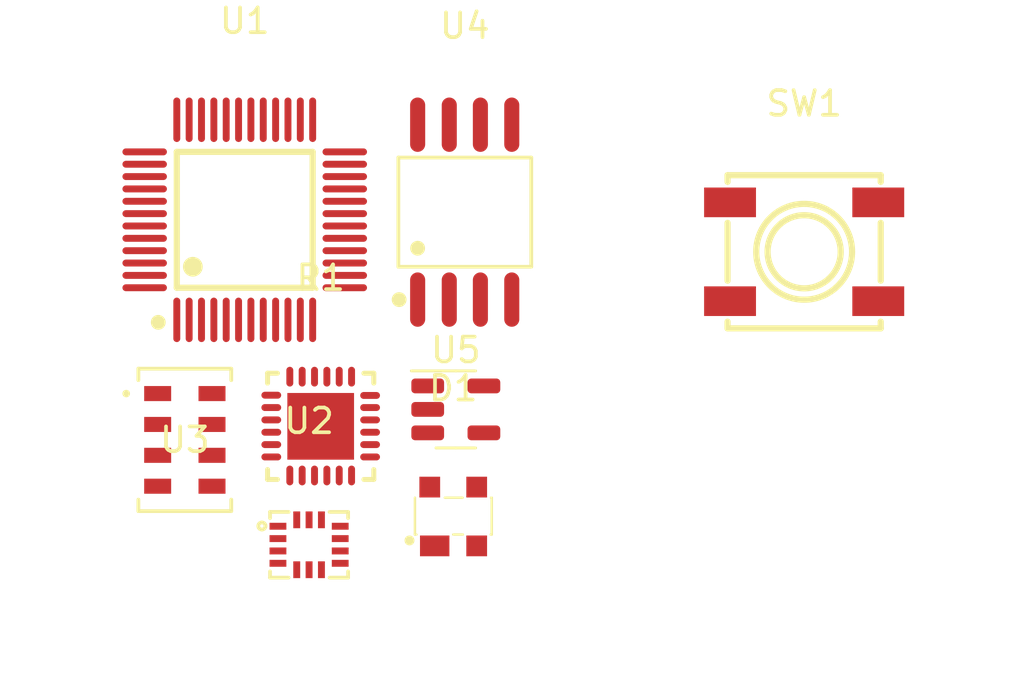
<source format=kicad_pcb>
(kicad_pcb (version 20221018) (generator pcbnew)
  (layers (0 "F.Cu" signal) (31 "B.Cu" signal) (34 "B.Paste" user) (35 "F.Paste" user) (36 "B.SilkS" user "B.Silkscreen") (37 "F.SilkS" user "F.Silkscreen") (38 "B.Mask" user) (39 "F.Mask" user) (44 "Edge.Cuts" user))
  (net 0 "")
  (net 1 "GND")
  (net 2 "/USB_D+")
  (net 3 "VBUS")
  (net 4 "/USB_D-")
  (net 12 "+3.3V")
  (net 13 "/GYRO_MISO")
  (net 14 "Net-(R1-REGOUT)")
  (net 22 "/GYRO_SCK")
  (net 23 "/GYRO_MOSI")
  (net 25 "/XIN_32")
  (net 26 "/XOUT_32")
  (net 28 "Net-(U1-VDDANA)")
  (net 29 "/USR_LED")
  (net 31 "/ALT_MOSI")
  (net 32 "/ALT_SCK")
  (net 33 "/ALT_CS")
  (net 34 "/ALT_MISO")
  (net 35 "/SD_MOSI")
  (net 36 "/SD_SCK")
  (net 37 "/SD_CS")
  (net 38 "/SD_MISO")
  (net 40 "/FLASH_MOSI")
  (net 41 "/FLASH_CLK")
  (net 42 "/FLASH_CS")
  (net 43 "/FLASH_MISO")
  (net 60 "Net-(U4-IO2)")
  (net 61 "Net-(U4-IO3)")
  (net 63 "/GYRO1_INT")
  (net 64 "/GYRO1_CS")
  (net 65 "Net-(R8-Pad1)")
  (net 66 "/GYRO2_CS")
  (footprint "easyeda2kicad:SOP-8_L5.3-W5.3-P1.27-LS8.0-BL" (layer "F.Cu") (at 165.255 101.552)
    (fp_text reference "U4" (at 0 -7.54) (layer "F.SilkS"))
    (fp_text value "W25Q64JVSSIQ")
    (fp_line (start -2.69 -2.21) (end 2.69 -2.21) (stroke (width 0.15)) (layer "F.SilkS"))
    (fp_line (start -2.69 2.21) (end -2.69 -2.21) (stroke (width 0.15)) (layer "F.SilkS"))
    (fp_line (start 2.69 -2.21) (end 2.69 2.21) (stroke (width 0.15)) (layer "F.SilkS"))
    (fp_line (start 2.69 2.21) (end -2.69 2.21) (stroke (width 0.15)) (layer "F.SilkS"))
    (fp_circle (center -2.66 3.54) (end -2.51 3.54) (stroke (width 0.3)) (fill none) (layer "F.SilkS"))
    (fp_circle (center -1.91 1.46) (end -1.76 1.46) (stroke (width 0.3)) (fill none) (layer "F.SilkS"))
    (pad "1" smd oval (at -1.91 3.54) (size 0.61 2.2) (layers "F.Cu" "F.Paste" "F.Mask") (net 42 "/FLASH_CS"))
    (pad "2" smd oval (at -0.63 3.54) (size 0.61 2.2) (layers "F.Cu" "F.Paste" "F.Mask") (net 43 "/FLASH_MISO"))
    (pad "3" smd oval (at 0.63 3.54) (size 0.61 2.2) (layers "F.Cu" "F.Paste" "F.Mask") (net 60 "Net-(U4-IO2)"))
    (pad "4" smd oval (at 1.9 3.54) (size 0.61 2.2) (layers "F.Cu" "F.Paste" "F.Mask") (net 1 "GND"))
    (pad "5" smd oval (at 1.9 -3.54) (size 0.61 2.2) (layers "F.Cu" "F.Paste" "F.Mask") (net 40 "/FLASH_MOSI"))
    (pad "6" smd oval (at 0.63 -3.54) (size 0.61 2.2) (layers "F.Cu" "F.Paste" "F.Mask") (net 41 "/FLASH_CLK"))
    (pad "7" smd oval (at -0.63 -3.54) (size 0.61 2.2) (layers "F.Cu" "F.Paste" "F.Mask") (net 61 "Net-(U4-IO3)"))
    (pad "8" smd oval (at -1.91 -3.54) (size 0.61 2.2) (layers "F.Cu" "F.Paste" "F.Mask") (net 61 "Net-(U4-IO3)"))
  )
  (footprint "easyeda2kicad:SOT-143-4_L2.9-W1.3-P1.92-LS2.4-BL" (layer "F.Cu") (at 164.785 113.872)
    (fp_text reference "D1" (at 0 -5.19) (layer "F.SilkS"))
    (fp_text value "PRTR5V0U2X")
    (fp_line (start -1.55 0.73) (end -1.55 -0.76) (stroke (width 0.1)) (layer "F.SilkS"))
    (fp_line (start -1.49 0.73) (end -1.55 0.73) (stroke (width 0.1)) (layer "F.SilkS"))
    (fp_line (start -0.34 -0.76) (end 0.38 -0.76) (stroke (width 0.1)) (layer "F.SilkS"))
    (fp_line (start 0.39 0.73) (end 0 0.73) (stroke (width 0.1)) (layer "F.SilkS"))
    (fp_line (start 1.53 -0.76) (end 1.56 -0.76) (stroke (width 0.1)) (layer "F.SilkS"))
    (fp_line (start 1.56 -0.76) (end 1.56 0.73) (stroke (width 0.1)) (layer "F.SilkS"))
    (fp_line (start 1.56 0.73) (end 1.52 0.73) (stroke (width 0.1)) (layer "F.SilkS"))
    (fp_circle (center -1.77 0.97) (end -1.67 0.97) (stroke (width 0.2)) (fill none) (layer "F.SilkS"))
    (pad "1" smd rect (at -0.75 1.19) (size 1.19 0.84) (layers "F.Cu" "F.Paste" "F.Mask") (net 1 "GND"))
    (pad "2" smd rect (at 0.95 1.19) (size 0.84 0.84) (layers "F.Cu" "F.Paste" "F.Mask") (net 2 "/USB_D+"))
    (pad "3" smd rect (at 0.95 -1.19) (size 0.84 0.84) (layers "F.Cu" "F.Paste" "F.Mask") (net 4 "/USB_D-"))
    (pad "4" smd rect (at -0.95 -1.19) (size 0.84 0.84) (layers "F.Cu" "F.Paste" "F.Mask") (net 3 "VBUS"))
  )
  (footprint "easyeda2kicad:SW-SMD_4P-L6.2-W6.2-P4.00-LS7.2" (layer "F.Cu") (at 178.991 103.156)
    (fp_text reference "SW1" (at 0 -6) (layer "F.SilkS"))
    (fp_text value "GT-TC063F-H035-L30")
    (fp_line (start -3.1 -3.1) (end -3.1 -2.83) (stroke (width 0.25)) (layer "F.SilkS"))
    (fp_line (start -3.1 -3.1) (end 3.1 -3.1) (stroke (width 0.25)) (layer "F.SilkS"))
    (fp_line (start -3.1 -1.17) (end -3.1 1.17) (stroke (width 0.25)) (layer "F.SilkS"))
    (fp_line (start -3.1 2.83) (end -3.1 3.1) (stroke (width 0.25)) (layer "F.SilkS"))
    (fp_line (start -3.1 3.1) (end 3.1 3.1) (stroke (width 0.25)) (layer "F.SilkS"))
    (fp_line (start 3.1 -3.1) (end 3.1 -2.83) (stroke (width 0.25)) (layer "F.SilkS"))
    (fp_line (start 3.1 -1.17) (end 3.1 1.17) (stroke (width 0.25)) (layer "F.SilkS"))
    (fp_line (start 3.1 2.83) (end 3.1 3.1) (stroke (width 0.25)) (layer "F.SilkS"))
    (fp_circle (center 0 0) (end 1.48 0) (stroke (width 0.25)) (fill none) (layer "F.SilkS"))
    (fp_circle (center 0 0) (end 1.94 0) (stroke (width 0.25)) (fill none) (layer "F.SilkS"))
    (pad "1" smd rect (at -3 -2) (size 2.1 1.2) (layers "F.Cu" "F.Paste" "F.Mask") (net 1 "GND"))
    (pad "2" smd rect (at 3 -2) (size 2.1 1.2) (layers "F.Cu" "F.Paste" "F.Mask") (net 1 "GND"))
    (pad "3" smd rect (at -3 2) (size 2.1 1.2) (layers "F.Cu" "F.Paste" "F.Mask") (net 65 "Net-(R8-Pad1)"))
    (pad "4" smd rect (at 3 2) (size 2.1 1.2) (layers "F.Cu" "F.Paste" "F.Mask") (net 65 "Net-(R8-Pad1)"))
  )
  (footprint "easyeda2kicad:LGA-14_L3.0-W2.5-P0.50-TL" (layer "F.Cu") (at 158.95 115.017)
    (fp_text reference "U2" (at 0 -5.01) (layer "F.SilkS"))
    (fp_text value "LSM6DS3TR")
    (fp_line (start -1.58 -1.33) (end -1.58 -1.08) (stroke (width 0.15)) (layer "F.SilkS"))
    (fp_line (start -1.58 1.33) (end -1.58 1.08) (stroke (width 0.15)) (layer "F.SilkS"))
    (fp_line (start -0.83 -1.33) (end -1.58 -1.33) (stroke (width 0.15)) (layer "F.SilkS"))
    (fp_line (start -0.83 1.33) (end -1.58 1.33) (stroke (width 0.15)) (layer "F.SilkS"))
    (fp_line (start 0.83 -1.33) (end 1.58 -1.33) (stroke (width 0.15)) (layer "F.SilkS"))
    (fp_line (start 0.83 1.33) (end 1.58 1.33) (stroke (width 0.15)) (layer "F.SilkS"))
    (fp_line (start 1.58 -1.33) (end 1.58 -1.08) (stroke (width 0.15)) (layer "F.SilkS"))
    (fp_line (start 1.58 1.33) (end 1.58 1.08) (stroke (width 0.15)) (layer "F.SilkS"))
    (fp_circle (center -1.91 -0.76) (end -1.84 -0.76) (stroke (width 0.15)) (fill none) (layer "F.SilkS"))
    (pad "1" smd rect (at -1.26 -0.75) (size 0.68 0.28) (layers "F.Cu" "F.Paste" "F.Mask") (net 13 "/GYRO_MISO"))
    (pad "2" smd rect (at -1.26 -0.25) (size 0.68 0.28) (layers "F.Cu" "F.Paste" "F.Mask") (net 1 "GND"))
    (pad "3" smd rect (at -1.26 0.25) (size 0.68 0.28) (layers "F.Cu" "F.Paste" "F.Mask") (net 1 "GND"))
    (pad "4" smd rect (at -1.26 0.75) (size 0.68 0.28) (layers "F.Cu" "F.Paste" "F.Mask"))
    (pad "5" smd rect (at -0.5 1.01) (size 0.28 0.68) (layers "F.Cu" "F.Paste" "F.Mask") (net 12 "+3.3V"))
    (pad "6" smd rect (at 0 1.01) (size 0.28 0.68) (layers "F.Cu" "F.Paste" "F.Mask") (net 1 "GND"))
    (pad "7" smd rect (at 0.5 1.01) (size 0.28 0.68) (layers "F.Cu" "F.Paste" "F.Mask") (net 1 "GND"))
    (pad "8" smd rect (at 1.26 0.75) (size 0.68 0.28) (layers "F.Cu" "F.Paste" "F.Mask") (net 12 "+3.3V"))
    (pad "9" smd rect (at 1.26 0.25) (size 0.68 0.28) (layers "F.Cu" "F.Paste" "F.Mask"))
    (pad "10" smd rect (at 1.26 -0.25) (size 0.68 0.28) (layers "F.Cu" "F.Paste" "F.Mask"))
    (pad "11" smd rect (at 1.26 -0.75) (size 0.68 0.28) (layers "F.Cu" "F.Paste" "F.Mask"))
    (pad "12" smd rect (at 0.5 -1.01) (size 0.28 0.68) (layers "F.Cu" "F.Paste" "F.Mask") (net 66 "/GYRO2_CS"))
    (pad "13" smd rect (at 0 -1.01) (size 0.28 0.68) (layers "F.Cu" "F.Paste" "F.Mask") (net 22 "/GYRO_SCK"))
    (pad "14" smd rect (at -0.5 -1.01) (size 0.28 0.68) (layers "F.Cu" "F.Paste" "F.Mask") (net 23 "/GYRO_MOSI"))
  )
  (footprint "easyeda2kicad:QFN-24_L4.0-W4.0-P0.50-TL-EP2.6" (layer "F.Cu") (at 159.42 110.212)
    (fp_text reference "R1" (at 0 -6) (layer "F.SilkS"))
    (fp_text value "ICM-20689")
    (fp_line (start -2.15 -2.14) (end -1.75 -2.14) (stroke (width 0.2)) (layer "F.SilkS"))
    (fp_line (start -2.15 -1.74) (end -2.15 -2.14) (stroke (width 0.2)) (layer "F.SilkS"))
    (fp_line (start -2.15 2.16) (end -2.15 1.76) (stroke (width 0.2)) (layer "F.SilkS"))
    (fp_line (start -1.75 2.16) (end -2.15 2.16) (stroke (width 0.2)) (layer "F.SilkS"))
    (fp_line (start 1.75 -2.14) (end 2.15 -2.14) (stroke (width 0.2)) (layer "F.SilkS"))
    (fp_line (start 1.75 2.16) (end 2.15 2.16) (stroke (width 0.2)) (layer "F.SilkS"))
    (fp_line (start 2.15 -2.14) (end 2.15 -1.74) (stroke (width 0.2)) (layer "F.SilkS"))
    (fp_line (start 2.15 2.16) (end 2.15 1.76) (stroke (width 0.2)) (layer "F.SilkS"))
    (pad "1" smd oval (at -2 -1.25 90) (size 0.28 0.8) (layers "F.Cu" "F.Paste" "F.Mask"))
    (pad "2" smd oval (at -2 -0.75 90) (size 0.28 0.8) (layers "F.Cu" "F.Paste" "F.Mask"))
    (pad "3" smd oval (at -2 -0.25 90) (size 0.28 0.8) (layers "F.Cu" "F.Paste" "F.Mask"))
    (pad "4" smd oval (at -2 0.25 90) (size 0.28 0.8) (layers "F.Cu" "F.Paste" "F.Mask"))
    (pad "5" smd oval (at -2 0.75 90) (size 0.28 0.8) (layers "F.Cu" "F.Paste" "F.Mask"))
    (pad "6" smd oval (at -2 1.25 90) (size 0.28 0.8) (layers "F.Cu" "F.Paste" "F.Mask"))
    (pad "7" smd oval (at -1.25 2) (size 0.28 0.8) (layers "F.Cu" "F.Paste" "F.Mask"))
    (pad "8" smd oval (at -0.75 2) (size 0.28 0.8) (layers "F.Cu" "F.Paste" "F.Mask") (net 12 "+3.3V"))
    (pad "9" smd oval (at -0.25 2) (size 0.28 0.8) (layers "F.Cu" "F.Paste" "F.Mask") (net 13 "/GYRO_MISO"))
    (pad "10" smd oval (at 0.25 2) (size 0.28 0.8) (layers "F.Cu" "F.Paste" "F.Mask") (net 14 "Net-(R1-REGOUT)"))
    (pad "11" smd oval (at 0.75 2) (size 0.28 0.8) (layers "F.Cu" "F.Paste" "F.Mask") (net 1 "GND"))
    (pad "12" smd oval (at 1.25 2) (size 0.28 0.8) (layers "F.Cu" "F.Paste" "F.Mask") (net 63 "/GYRO1_INT"))
    (pad "13" smd oval (at 2 1.25 90) (size 0.28 0.8) (layers "F.Cu" "F.Paste" "F.Mask") (net 12 "+3.3V"))
    (pad "14" smd oval (at 2 0.75 90) (size 0.28 0.8) (layers "F.Cu" "F.Paste" "F.Mask"))
    (pad "15" smd oval (at 2 0.25 90) (size 0.28 0.8) (layers "F.Cu" "F.Paste" "F.Mask"))
    (pad "16" smd oval (at 2 -0.25 90) (size 0.28 0.8) (layers "F.Cu" "F.Paste" "F.Mask"))
    (pad "17" smd oval (at 2 -0.75 90) (size 0.28 0.8) (layers "F.Cu" "F.Paste" "F.Mask"))
    (pad "18" smd oval (at 2 -1.24 90) (size 0.28 0.8) (layers "F.Cu" "F.Paste" "F.Mask") (net 1 "GND"))
    (pad "19" smd oval (at 1.25 -2) (size 0.28 0.8) (layers "F.Cu" "F.Paste" "F.Mask"))
    (pad "20" smd oval (at 0.75 -2) (size 0.28 0.8) (layers "F.Cu" "F.Paste" "F.Mask"))
    (pad "21" smd oval (at 0.25 -2) (size 0.28 0.8) (layers "F.Cu" "F.Paste" "F.Mask"))
    (pad "22" smd oval (at -0.25 -2) (size 0.28 0.8) (layers "F.Cu" "F.Paste" "F.Mask") (net 64 "/GYRO1_CS"))
    (pad "23" smd oval (at -0.75 -2) (size 0.28 0.8) (layers "F.Cu" "F.Paste" "F.Mask") (net 22 "/GYRO_SCK"))
    (pad "24" smd oval (at -1.25 -2) (size 0.28 0.8) (layers "F.Cu" "F.Paste" "F.Mask") (net 23 "/GYRO_MOSI"))
    (pad "25" smd rect (at 0 0.01) (size 2.7 2.7) (layers "F.Cu" "F.Paste" "F.Mask"))
  )
  (footprint "easyeda2kicad:TQFP-48_L7.0-W7.0-P0.50-LS9.0-BL" (layer "F.Cu") (at 156.345 101.862)
    (fp_text reference "U1" (at 0 -8.05) (layer "F.SilkS"))
    (fp_text value "ATSAMD21G18A-AU")
    (fp_line (start -2.75 -2.75) (end 2.75 -2.75) (stroke (width 0.25)) (layer "F.SilkS"))
    (fp_line (start -2.75 2.75) (end -2.75 -2.75) (stroke (width 0.25)) (layer "F.SilkS"))
    (fp_line (start 2.75 -2.75) (end 2.75 2.75) (stroke (width 0.25)) (layer "F.SilkS"))
    (fp_line (start 2.75 2.75) (end -2.75 2.75) (stroke (width 0.25)) (layer "F.SilkS"))
    (fp_arc (start -3.5 4.15) (mid -3.5 4.15) (end -3.5 4.15) (stroke (width 0.3)) (layer "F.SilkS"))
    (fp_arc (start -2.1 1.9) (mid -2.1 1.9) (end -2.1 1.9) (stroke (width 0.4)) (layer "F.SilkS"))
    (pad "1" smd oval (at -2.75 4.05) (size 0.28 1.8) (layers "F.Cu" "F.Paste" "F.Mask") (net 25 "/XIN_32"))
    (pad "2" smd oval (at -2.25 4.05) (size 0.28 1.8) (layers "F.Cu" "F.Paste" "F.Mask") (net 26 "/XOUT_32"))
    (pad "3" smd oval (at -1.75 4.05) (size 0.28 1.8) (layers "F.Cu" "F.Paste" "F.Mask") (net 63 "/GYRO1_INT"))
    (pad "4" smd oval (at -1.25 4.05) (size 0.28 1.8) (layers "F.Cu" "F.Paste" "F.Mask"))
    (pad "5" smd oval (at -0.75 4.05) (size 0.28 1.8) (layers "F.Cu" "F.Paste" "F.Mask") (net 1 "GND"))
    (pad "6" smd oval (at -0.25 4.05) (size 0.28 1.8) (layers "F.Cu" "F.Paste" "F.Mask") (net 28 "Net-(U1-VDDANA)"))
    (pad "7" smd oval (at 0.25 4.05) (size 0.28 1.8) (layers "F.Cu" "F.Paste" "F.Mask") (net 29 "/USR_LED"))
    (pad "8" smd oval (at 0.75 4.05) (size 0.28 1.8) (layers "F.Cu" "F.Paste" "F.Mask"))
    (pad "9" smd oval (at 1.25 4.05) (size 0.28 1.8) (layers "F.Cu" "F.Paste" "F.Mask") (net 31 "/ALT_MOSI"))
    (pad "10" smd oval (at 1.75 4.05) (size 0.28 1.8) (layers "F.Cu" "F.Paste" "F.Mask") (net 32 "/ALT_SCK"))
    (pad "11" smd oval (at 2.25 4.05) (size 0.28 1.8) (layers "F.Cu" "F.Paste" "F.Mask") (net 33 "/ALT_CS"))
    (pad "12" smd oval (at 2.75 4.05) (size 0.28 1.8) (layers "F.Cu" "F.Paste" "F.Mask") (net 34 "/ALT_MISO"))
    (pad "13" smd oval (at 4.05 2.75) (size 1.8 0.28) (layers "F.Cu" "F.Paste" "F.Mask") (net 35 "/SD_MOSI"))
    (pad "14" smd oval (at 4.05 2.25) (size 1.8 0.28) (layers "F.Cu" "F.Paste" "F.Mask") (net 36 "/SD_SCK"))
    (pad "15" smd oval (at 4.05 1.75) (size 1.8 0.28) (layers "F.Cu" "F.Paste" "F.Mask") (net 37 "/SD_CS"))
    (pad "16" smd oval (at 4.05 1.25) (size 1.8 0.28) (layers "F.Cu" "F.Paste" "F.Mask") (net 38 "/SD_MISO"))
    (pad "17" smd oval (at 4.05 0.75) (size 1.8 0.28) (layers "F.Cu" "F.Paste" "F.Mask") (net 12 "+3.3V"))
    (pad "18" smd oval (at 4.05 0.25) (size 1.8 0.28) (layers "F.Cu" "F.Paste" "F.Mask") (net 1 "GND"))
    (pad "19" smd oval (at 4.05 -0.25) (size 1.8 0.28) (layers "F.Cu" "F.Paste" "F.Mask") (net 66 "/GYRO2_CS"))
    (pad "20" smd oval (at 4.05 -0.75) (size 1.8 0.28) (layers "F.Cu" "F.Paste" "F.Mask") (net 64 "/GYRO1_CS"))
    (pad "21" smd oval (at 4.05 -1.25) (size 1.8 0.28) (layers "F.Cu" "F.Paste" "F.Mask") (net 23 "/GYRO_MOSI"))
    (pad "22" smd oval (at 4.05 -1.75) (size 1.8 0.28) (layers "F.Cu" "F.Paste" "F.Mask") (net 22 "/GYRO_SCK"))
    (pad "23" smd oval (at 4.05 -2.25) (size 1.8 0.28) (layers "F.Cu" "F.Paste" "F.Mask"))
    (pad "24" smd oval (at 4.05 -2.75) (size 1.8 0.28) (layers "F.Cu" "F.Paste" "F.Mask") (net 13 "/GYRO_MISO"))
    (pad "25" smd oval (at 2.75 -4.05) (size 0.28 1.8) (layers "F.Cu" "F.Paste" "F.Mask") (net 40 "/FLASH_MOSI"))
    (pad "26" smd oval (at 2.25 -4.05) (size 0.28 1.8) (layers "F.Cu" "F.Paste" "F.Mask") (net 41 "/FLASH_CLK"))
    (pad "27" smd oval (at 1.75 -4.05) (size 0.28 1.8) (layers "F.Cu" "F.Paste" "F.Mask") (net 42 "/FLASH_CS"))
    (pad "28" smd oval (at 1.25 -4.05) (size 0.28 1.8) (layers "F.Cu" "F.Paste" "F.Mask") (net 43 "/FLASH_MISO"))
    (pad "29" smd oval (at 0.75 -4.05) (size 0.28 1.8) (layers "F.Cu" "F.Paste" "F.Mask"))
    (pad "30" smd oval (at 0.25 -4.05) (size 0.28 1.8) (layers "F.Cu" "F.Paste" "F.Mask"))
    (pad "31" smd oval (at -0.25 -4.05) (size 0.28 1.8) (layers "F.Cu" "F.Paste" "F.Mask"))
    (pad "32" smd oval (at -0.75 -4.05) (size 0.28 1.8) (layers "F.Cu" "F.Paste" "F.Mask"))
    (pad "33" smd oval (at -1.25 -4.05) (size 0.28 1.8) (layers "F.Cu" "F.Paste" "F.Mask") (net 4 "/USB_D-"))
    (pad "34" smd oval (at -1.75 -4.05) (size 0.28 1.8) (layers "F.Cu" "F.Paste" "F.Mask") (net 2 "/USB_D+"))
    (pad "35" smd oval (at -2.25 -4.05) (size 0.28 1.8) (layers "F.Cu" "F.Paste" "F.Mask") (net 1 "GND"))
    (pad "36" smd oval (at -2.75 -4.05) (size 0.28 1.8) (layers "F.Cu" "F.Paste" "F.Mask") (net 12 "+3.3V"))
    (pad "37" smd oval (at -4.05 -2.75) (size 1.8 0.28) (layers "F.Cu" "F.Paste" "F.Mask"))
    (pad "38" smd oval (at -4.05 -2.25) (size 1.8 0.28) (layers "F.Cu" "F.Paste" "F.Mask"))
    (pad "39" smd oval (at -4.05 -1.75) (size 1.8 0.28) (layers "F.Cu" "F.Paste" "F.Mask"))
    (pad "40" smd oval (at -4.05 -1.25) (size 1.8 0.28) (layers "F.Cu" "F.Paste" "F.Mask") (net 12 "+3.3V"))
    (pad "41" smd oval (at -4.05 -0.75) (size 1.8 0.28) (layers "F.Cu" "F.Paste" "F.Mask"))
    (pad "42" smd oval (at -4.05 -0.25) (size 1.8 0.28) (layers "F.Cu" "F.Paste" "F.Mask") (net 1 "GND"))
    (pad "43" smd oval (at -4.05 0.25) (size 1.8 0.28) (layers "F.Cu" "F.Paste" "F.Mask") (net 12 "+3.3V"))
    (pad "44" smd oval (at -4.05 0.75) (size 1.8 0.28) (layers "F.Cu" "F.Paste" "F.Mask") (net 12 "+3.3V"))
    (pad "45" smd oval (at -4.05 1.25) (size 1.8 0.28) (layers "F.Cu" "F.Paste" "F.Mask"))
    (pad "46" smd oval (at -4.05 1.75) (size 1.8 0.28) (layers "F.Cu" "F.Paste" "F.Mask"))
    (pad "47" smd oval (at -4.05 2.25) (size 1.8 0.28) (layers "F.Cu" "F.Paste" "F.Mask"))
    (pad "48" smd oval (at -4.05 2.75) (size 1.8 0.28) (layers "F.Cu" "F.Paste" "F.Mask"))
  )
  (footprint "footprints:SON8_MS5611_TEC" (layer "F.Cu") (at 153.9201 110.7711)
    (fp_text reference "U3" (at 0 0 unlocked) (layer "F.SilkS"))
    (fp_text value "MS561101BA03-50")
    (fp_line (start -1.8796 -2.8829) (end -1.8796 -2.416852) (stroke (width 0.1524)) (layer "F.SilkS"))
    (fp_line (start -1.8796 2.416852) (end -1.8796 2.8829) (stroke (width 0.1524)) (layer "F.SilkS"))
    (fp_line (start -1.8796 2.8829) (end 1.8796 2.8829) (stroke (width 0.1524)) (layer "F.SilkS"))
    (fp_line (start 1.8796 -2.8829) (end -1.8796 -2.8829) (stroke (width 0.1524)) (layer "F.SilkS"))
    (fp_line (start 1.8796 -2.416852) (end 1.8796 -2.8829) (stroke (width 0.1524)) (layer "F.SilkS"))
    (fp_line (start 1.8796 2.8829) (end 1.8796 2.416852) (stroke (width 0.1524)) (layer "F.SilkS"))
    (fp_circle (center -2.3727 -1.875) (end -2.2965 -1.875) (stroke (width 0.1524)) (fill none) (layer "F.SilkS"))
    (pad "1" smd rect (at -1.1 -1.875) (size 1.0922 0.6096) (layers "F.Cu" "F.Paste" "F.Mask") (net 12 "+3.3V"))
    (pad "2" smd rect (at -1.1 -0.625) (size 1.0922 0.6096) (layers "F.Cu" "F.Paste" "F.Mask") (net 1 "GND"))
    (pad "3" smd rect (at -1.1 0.625) (size 1.0922 0.6096) (layers "F.Cu" "F.Paste" "F.Mask") (net 1 "GND"))
    (pad "4" smd rect (at -1.1 1.875) (size 1.0922 0.6096) (layers "F.Cu" "F.Paste" "F.Mask") (net 33 "/ALT_CS"))
    (pad "5" smd rect (at 1.1 1.875) (size 1.0922 0.6096) (layers "F.Cu" "F.Paste" "F.Mask") (net 33 "/ALT_CS"))
    (pad "6" smd rect (at 1.1 0.625) (size 1.0922 0.6096) (layers "F.Cu" "F.Paste" "F.Mask") (net 34 "/ALT_MISO"))
    (pad "7" smd rect (at 1.1 -0.625) (size 1.0922 0.6096) (layers "F.Cu" "F.Paste" "F.Mask") (net 31 "/ALT_MOSI"))
    (pad "8" smd rect (at 1.1 -1.875) (size 1.0922 0.6096) (layers "F.Cu" "F.Paste" "F.Mask") (net 32 "/ALT_SCK"))
  )
  (footprint "Package_TO_SOT_SMD:SOT-23-5" (layer "F.Cu") (at 164.89 109.537)
    (fp_text reference "U5" (at 0 -2.4) (layer "F.SilkS"))
    (fp_text value "AP2112K-3.3")
    (fp_line (start 0 -1.56) (end -1.8 -1.56) (stroke (width 0.12)) (layer "F.SilkS"))
    (fp_line (start 0 -1.56) (end 0.8 -1.56) (stroke (width 0.12)) (layer "F.SilkS"))
    (fp_line (start 0 1.56) (end -0.8 1.56) (stroke (width 0.12)) (layer "F.SilkS"))
    (fp_line (start 0 1.56) (end 0.8 1.56) (stroke (width 0.12)) (layer "F.SilkS"))
    (pad "1" smd roundrect (at -1.1375 -0.95) (size 1.325 0.6) (layers "F.Cu" "F.Paste" "F.Mask") (net 3 "VBUS"))
    (pad "2" smd roundrect (at -1.1375 0) (size 1.325 0.6) (layers "F.Cu" "F.Paste" "F.Mask") (net 1 "GND"))
    (pad "3" smd roundrect (at -1.1375 0.95) (size 1.325 0.6) (layers "F.Cu" "F.Paste" "F.Mask") (net 3 "VBUS"))
    (pad "4" smd roundrect (at 1.1375 0.95) (size 1.325 0.6) (layers "F.Cu" "F.Paste" "F.Mask"))
    (pad "5" smd roundrect (at 1.1375 -0.95) (size 1.325 0.6) (layers "F.Cu" "F.Paste" "F.Mask") (net 12 "+3.3V"))
  )
)
</source>
